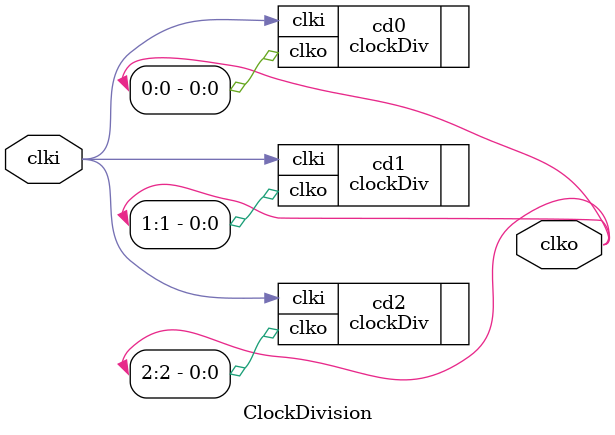
<source format=v>
`timescale 1ns / 1ps
module ClockDivision(
    input wire clki,
    output wire [2:0] clko
    );

	clockDiv #(100000000) cd0 (.clki(clki), .clko(clko[0]));
	clockDiv #(50000000) cd1 (.clki(clki), .clko(clko[1]));
	clockDiv #(25000000) cd2 (.clki(clki), .clko(clko[2]));

endmodule


</source>
